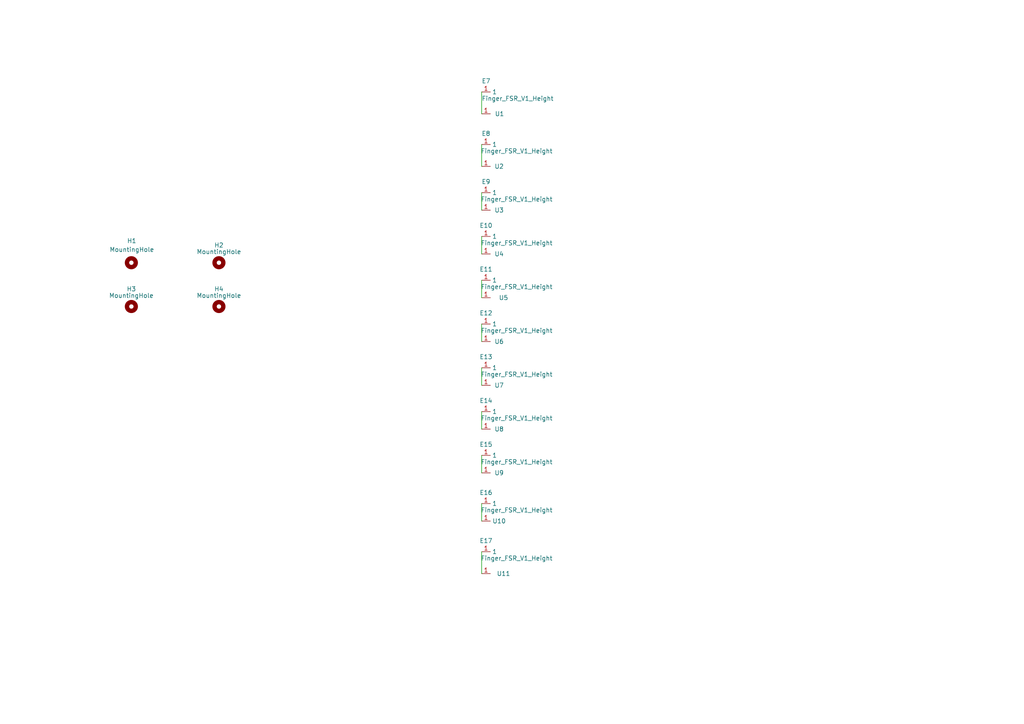
<source format=kicad_sch>
(kicad_sch (version 20230121) (generator eeschema)
  (paper "A4")
  (lib_symbols
    (symbol "MasterThesis_library:Finger_FSR_V1_Height"
      (property "Reference" "E" (at 0 0 0))
      (property "Value" "Finger_FSR_V1_Height" (at 0 0 0))
      (symbol "Finger_FSR_V1_Height_1_1"
        (pin bidirectional line (at 0 -3.175 0) (length 2.54) (name "1") (number "1"))
      )
    )
    (symbol "MasterThesis_library:pad"
      (property "Reference" "U" (at -1.27 2.54 0))
      (symbol "pad_1_1"
        (pin passive line (at 0 0 0) (length 2.54) (name "") (number "1"))
      )
    )
    (symbol "Mechanical:MountingHole" (pin_names (offset 1.016))
      (property "Reference" "H" (at 0 5.08 0))
      (property "Value" "MountingHole" (at 0 3.175 0))
      (symbol "MountingHole_0_1"
        (circle (center 0 0) (radius 1.27) (stroke (width 1.27)))
      )
    )
  )
  (wire (pts (xy 139.7 68.58) (xy 139.7 73.66)))
  (wire (pts (xy 139.7 106.68) (xy 139.7 111.76)))
  (wire (pts (xy 139.7 119.38) (xy 139.7 124.46)))
  (wire (pts (xy 139.7 132.08) (xy 139.7 137.16)))
  (wire (pts (xy 139.7 26.67) (xy 139.7 33.02)))
  (wire (pts (xy 139.7 146.05) (xy 139.7 151.13)))
  (wire (pts (xy 139.7 41.91) (xy 139.7 48.26)))
  (wire (pts (xy 139.7 93.98) (xy 139.7 99.06)))
  (wire (pts (xy 139.7 55.88) (xy 139.7 60.96)))
  (wire (pts (xy 139.7 81.28) (xy 139.7 86.36)))
  (wire (pts (xy 139.7 160.02) (xy 139.7 166.37)))
  (symbol (lib_id "MasterThesis_library:Finger_FSR_V1_Height") (at 139.7 52.705 0) (unit 1)
    (property "Reference" "E9" (at 140.97 52.705 0))
    (property "Value" "Finger_FSR_V1_Height" (at 149.86 57.785 0))
    (property "Footprint" "MasterThesis_library:Finger_FSR_V1_Height" (effects hide))
  )
  (symbol (lib_id "Mechanical:MountingHole") (at 63.5 76.2 0) (unit 1)
    (property "Reference" "H2" (at 63.5 71.12 0))
    (property "Value" "MountingHole" (at 63.5 73.025 0))
    (property "Footprint" "MountingHole:MountingHole_2.2mm_M2_DIN965_Pad" (effects hide))
  )
  (symbol (lib_id "Mechanical:MountingHole") (at 38.1 76.2 0) (unit 1)
    (property "Reference" "H1" (at 36.83 69.85 0) (effects (justify left)))
    (property "Value" "MountingHole" (at 31.75 72.39 0) (effects (justify left)))
    (property "Footprint" "MountingHole:MountingHole_2.2mm_M2_DIN965_Pad" (effects hide))
  )
  (symbol (lib_id "MasterThesis_library:pad") (at 139.7 151.13 0) (unit 1)
    (property "Reference" "U10" (at 144.78 151.13 0))
    (property "Value" "pad" (effects hide))
    (property "Footprint" "MasterThesis_library:Long_pad" (effects hide))
  )
  (symbol (lib_id "MasterThesis_library:pad") (at 139.7 86.36 0) (unit 1)
    (property "Reference" "U5" (at 146.05 86.36 0))
    (property "Value" "pad" (effects hide))
    (property "Footprint" "MasterThesis_library:Long_pad" (effects hide))
  )
  (symbol (lib_id "MasterThesis_library:pad") (at 139.7 73.66 0) (unit 1)
    (property "Reference" "U4" (at 144.78 73.66 0))
    (property "Value" "pad" (effects hide))
    (property "Footprint" "MasterThesis_library:Long_pad" (effects hide))
  )
  (symbol (lib_id "MasterThesis_library:Finger_FSR_V1_Height") (at 139.7 65.405 0) (unit 1)
    (property "Reference" "E10" (at 140.97 65.405 0))
    (property "Value" "Finger_FSR_V1_Height" (at 149.86 70.485 0))
    (property "Footprint" "MasterThesis_library:Finger_FSR_V1_Height" (effects hide))
  )
  (symbol (lib_id "MasterThesis_library:Finger_FSR_V1_Height") (at 139.7 38.735 0) (unit 1)
    (property "Reference" "E8" (at 140.97 38.735 0))
    (property "Value" "Finger_FSR_V1_Height" (at 149.86 43.815 0))
    (property "Footprint" "MasterThesis_library:Finger_FSR_V1_Height" (effects hide))
  )
  (symbol (lib_id "MasterThesis_library:pad") (at 139.7 111.76 0) (unit 1)
    (property "Reference" "U7" (at 144.78 111.76 0))
    (property "Value" "pad" (effects hide))
    (property "Footprint" "MasterThesis_library:Long_pad" (effects hide))
  )
  (symbol (lib_id "MasterThesis_library:Finger_FSR_V1_Height") (at 139.7 156.845 0) (unit 1)
    (property "Reference" "E17" (at 140.97 156.845 0))
    (property "Value" "Finger_FSR_V1_Height" (at 149.86 161.925 0))
    (property "Footprint" "MasterThesis_library:Finger_FSR_V1_Height" (effects hide))
  )
  (symbol (lib_id "MasterThesis_library:Finger_FSR_V1_Height") (at 139.7 142.875 0) (unit 1)
    (property "Reference" "E16" (at 140.97 142.875 0))
    (property "Value" "Finger_FSR_V1_Height" (at 149.86 147.955 0))
    (property "Footprint" "MasterThesis_library:Finger_FSR_V1_Height" (effects hide))
  )
  (symbol (lib_id "MasterThesis_library:Finger_FSR_V1_Height") (at 139.7 23.495 0) (unit 1)
    (property "Reference" "E7" (at 139.7 23.495 0) (effects (justify left)))
    (property "Value" "Finger_FSR_V1_Height" (at 139.7 28.575 0) (effects (justify left)))
    (property "Footprint" "MasterThesis_library:Finger_FSR_V1_Height" (effects hide))
  )
  (symbol (lib_id "MasterThesis_library:Finger_FSR_V1_Height") (at 139.7 103.505 0) (unit 1)
    (property "Reference" "E13" (at 140.97 103.505 0))
    (property "Value" "Finger_FSR_V1_Height" (at 149.86 108.585 0))
    (property "Footprint" "MasterThesis_library:Finger_FSR_V1_Height" (effects hide))
  )
  (symbol (lib_id "MasterThesis_library:pad") (at 139.7 33.02 0) (unit 1)
    (property "Reference" "U1" (at 143.51 33.02 0) (effects (justify left)))
    (property "Value" "pad" (effects hide))
    (property "Footprint" "MasterThesis_library:Long_pad" (effects hide))
  )
  (symbol (lib_id "MasterThesis_library:Finger_FSR_V1_Height") (at 139.7 128.905 0) (unit 1)
    (property "Reference" "E15" (at 140.97 128.905 0))
    (property "Value" "Finger_FSR_V1_Height" (at 149.86 133.985 0))
    (property "Footprint" "MasterThesis_library:Finger_FSR_V1_Height" (effects hide))
  )
  (symbol (lib_id "MasterThesis_library:pad") (at 139.7 137.16 0) (unit 1)
    (property "Reference" "U9" (at 144.78 137.16 0))
    (property "Value" "pad" (effects hide))
    (property "Footprint" "MasterThesis_library:Long_pad" (effects hide))
  )
  (symbol (lib_id "MasterThesis_library:Finger_FSR_V1_Height") (at 139.7 116.205 0) (unit 1)
    (property "Reference" "E14" (at 140.97 116.205 0))
    (property "Value" "Finger_FSR_V1_Height" (at 149.86 121.285 0))
    (property "Footprint" "MasterThesis_library:Finger_FSR_V1_Height" (effects hide))
  )
  (symbol (lib_id "MasterThesis_library:pad") (at 139.7 48.26 0) (unit 1)
    (property "Reference" "U2" (at 144.78 48.26 0))
    (property "Value" "pad" (effects hide))
    (property "Footprint" "MasterThesis_library:Long_pad" (effects hide))
  )
  (symbol (lib_id "MasterThesis_library:pad") (at 139.7 166.37 0) (unit 1)
    (property "Reference" "U11" (at 146.05 166.37 0))
    (property "Value" "pad" (effects hide))
    (property "Footprint" "MasterThesis_library:Long_pad" (effects hide))
  )
  (symbol (lib_id "Mechanical:MountingHole") (at 38.1 88.9 0) (unit 1)
    (property "Reference" "H3" (at 38.1 83.82 0))
    (property "Value" "MountingHole" (at 38.1 85.725 0))
    (property "Footprint" "MountingHole:MountingHole_2.2mm_M2_DIN965_Pad" (effects hide))
  )
  (symbol (lib_id "MasterThesis_library:Finger_FSR_V1_Height") (at 139.7 90.805 0) (unit 1)
    (property "Reference" "E12" (at 140.97 90.805 0))
    (property "Value" "Finger_FSR_V1_Height" (at 149.86 95.885 0))
    (property "Footprint" "MasterThesis_library:Finger_FSR_V1_Height" (effects hide))
  )
  (symbol (lib_id "MasterThesis_library:pad") (at 139.7 124.46 0) (unit 1)
    (property "Reference" "U8" (at 144.78 124.46 0))
    (property "Value" "pad" (effects hide))
    (property "Footprint" "MasterThesis_library:Long_pad" (effects hide))
  )
  (symbol (lib_id "Mechanical:MountingHole") (at 63.5 88.9 0) (unit 1)
    (property "Reference" "H4" (at 63.5 83.82 0))
    (property "Value" "MountingHole" (at 63.5 85.725 0))
    (property "Footprint" "MountingHole:MountingHole_2.2mm_M2_DIN965_Pad" (effects hide))
  )
  (symbol (lib_id "MasterThesis_library:pad") (at 139.7 99.06 0) (unit 1)
    (property "Reference" "U6" (at 144.78 99.06 0))
    (property "Value" "pad" (effects hide))
    (property "Footprint" "MasterThesis_library:Long_pad" (effects hide))
  )
  (symbol (lib_id "MasterThesis_library:pad") (at 139.7 60.96 0) (unit 1)
    (property "Reference" "U3" (at 144.78 60.96 0))
    (property "Value" "pad" (effects hide))
    (property "Footprint" "MasterThesis_library:Long_pad" (effects hide))
  )
  (symbol (lib_id "MasterThesis_library:Finger_FSR_V1_Height") (at 139.7 78.105 0) (unit 1)
    (property "Reference" "E11" (at 140.97 78.105 0))
    (property "Value" "Finger_FSR_V1_Height" (at 149.86 83.185 0))
    (property "Footprint" "MasterThesis_library:Finger_FSR_V1_Height" (effects hide))
  )
)
</source>
